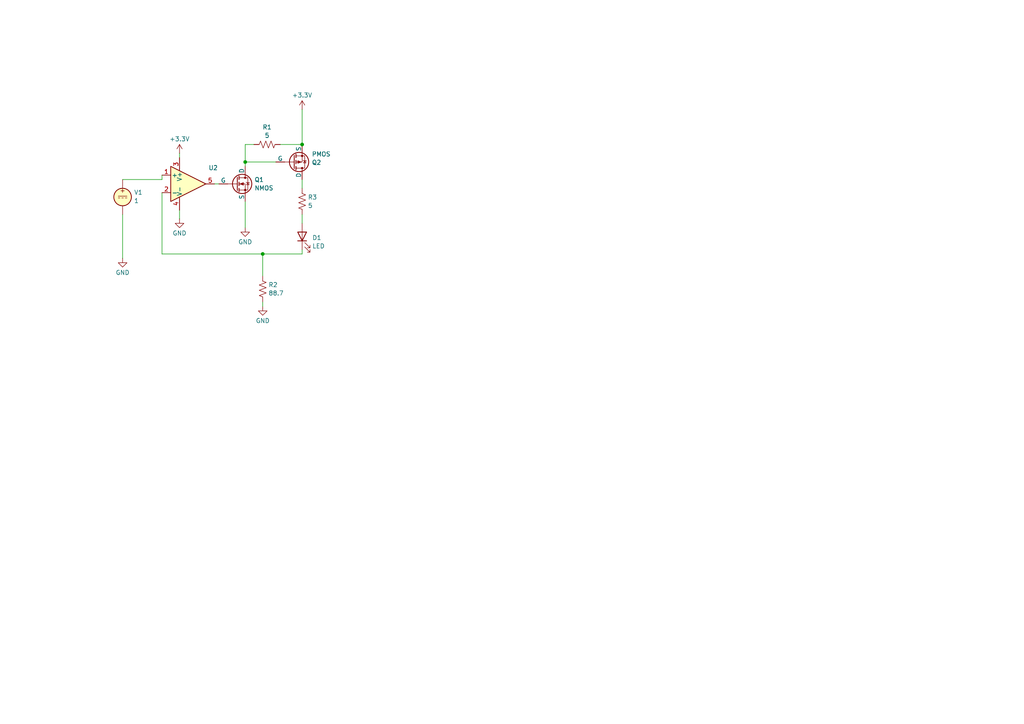
<source format=kicad_sch>
(kicad_sch (version 20231120) (generator "eeschema") (generator_version "8.0")
  (paper "A4")
  (lib_symbols
    (symbol "Device:LED" (pin_numbers hide) (pin_names (offset 1.016) hide)
      (property "Reference" "D" (at 0 2.54 0))
      (property "Value" "LED" (at 0 -2.54 0))
      (symbol "LED_0_1"
        (polyline (pts (xy -1.27 -1.27) (xy -1.27 1.27)) (stroke (width 0.254)))
        (polyline (pts (xy -1.27 0) (xy 1.27 0)))
        (polyline (pts (xy 1.27 -1.27) (xy 1.27 1.27) (xy -1.27 0) (xy 1.27 -1.27)) (stroke (width 0.254)))
        (polyline (pts (xy -3.048 -0.762) (xy -4.572 -2.286) (xy -3.81 -2.286) (xy -4.572 -2.286) (xy -4.572 -1.524)))
        (polyline (pts (xy -1.778 -0.762) (xy -3.302 -2.286) (xy -2.54 -2.286) (xy -3.302 -2.286) (xy -3.302 -1.524)))
      )
      (symbol "LED_1_1"
        (pin passive line (at -3.81 0 0) (length 2.54) (name "K") (number "1"))
        (pin passive line (at 3.81 0 180) (length 2.54) (name "A") (number "2"))
      )
    )
    (symbol "Device:R_US" (pin_numbers hide) (pin_names (offset 0))
      (property "Reference" "R" (at 2.54 0 90))
      (property "Value" "R_US" (at -2.54 0 90))
      (symbol "R_US_0_1"
        (polyline (pts (xy 0 -2.286) (xy 0 -2.54)))
        (polyline (pts (xy 0 2.286) (xy 0 2.54)))
        (polyline (pts (xy 0 -0.762) (xy 1.016 -1.143) (xy 0 -1.524) (xy -1.016 -1.905) (xy 0 -2.286)))
        (polyline (pts (xy 0 0.762) (xy 1.016 0.381) (xy 0 0) (xy -1.016 -0.381) (xy 0 -0.762)))
        (polyline (pts (xy 0 2.286) (xy 1.016 1.905) (xy 0 1.524) (xy -1.016 1.143) (xy 0 0.762)))
      )
      (symbol "R_US_1_1"
        (pin passive line (at 0 3.81 270) (length 1.27) (name "~") (number "1"))
        (pin passive line (at 0 -3.81 90) (length 1.27) (name "~") (number "2"))
      )
    )
    (symbol "Simulation_SPICE:NMOS" (pin_numbers hide) (pin_names (offset 0))
      (property "Reference" "Q" (at 5.08 1.27 0))
      (property "Value" "NMOS" (at 5.08 -1.27 0))
      (symbol "NMOS_0_1"
        (polyline (pts (xy 0.254 0) (xy -2.54 0)))
        (polyline (pts (xy 0.254 1.905) (xy 0.254 -1.905)) (stroke (width 0.254)))
        (polyline (pts (xy 0.762 -1.27) (xy 0.762 -2.286)) (stroke (width 0.254)))
        (polyline (pts (xy 0.762 0.508) (xy 0.762 -0.508)) (stroke (width 0.254)))
        (polyline (pts (xy 0.762 2.286) (xy 0.762 1.27)) (stroke (width 0.254)))
        (polyline (pts (xy 2.54 2.54) (xy 2.54 1.778)))
        (polyline (pts (xy 2.54 -2.54) (xy 2.54 0) (xy 0.762 0)))
        (polyline (pts (xy 0.762 -1.778) (xy 3.302 -1.778) (xy 3.302 1.778) (xy 0.762 1.778)))
        (polyline (pts (xy 1.016 0) (xy 2.032 0.381) (xy 2.032 -0.381) (xy 1.016 0)) (fill (type outline)))
        (polyline (pts (xy 2.794 0.508) (xy 2.921 0.381) (xy 3.683 0.381) (xy 3.81 0.254)))
        (polyline (pts (xy 3.302 0.381) (xy 2.921 -0.254) (xy 3.683 -0.254) (xy 3.302 0.381)))
        (circle (center 1.651 0) (radius 2.794) (stroke (width 0.254)))
        (circle (center 2.54 -1.778) (radius 0.254) (fill (type outline)))
        (circle (center 2.54 1.778) (radius 0.254) (fill (type outline)))
      )
      (symbol "NMOS_1_1"
        (pin passive line (at 2.54 5.08 270) (length 2.54) (name "D") (number "1"))
        (pin input line (at -5.08 0 0) (length 2.54) (name "G") (number "2"))
        (pin passive line (at 2.54 -5.08 90) (length 2.54) (name "S") (number "3"))
      )
    )
    (symbol "Simulation_SPICE:OPAMP" (pin_names (offset 0.254))
      (property "Reference" "U" (at 3.81 3.175 0))
      (property "Value" "${SIM.PARAMS}" (at 3.81 -3.175 0))
      (symbol "OPAMP_0_1"
        (polyline (pts (xy 5.08 0) (xy -5.08 5.08) (xy -5.08 -5.08) (xy 5.08 0)) (stroke (width 0.254)) (fill (type background)))
      )
      (symbol "OPAMP_1_1"
        (pin input line (at -7.62 2.54 0) (length 2.54) (name "+") (number "1"))
        (pin input line (at -7.62 -2.54 0) (length 2.54) (name "-") (number "2"))
        (pin power_in line (at -2.54 7.62 270) (length 3.81) (name "V+") (number "3"))
        (pin power_in line (at -2.54 -7.62 90) (length 3.81) (name "V-") (number "4"))
        (pin output line (at 7.62 0 180) (length 2.54) (name "~") (number "5"))
      )
    )
    (symbol "Simulation_SPICE:PMOS" (pin_numbers hide) (pin_names (offset 0))
      (property "Reference" "Q" (at 5.08 1.27 0))
      (property "Value" "PMOS" (at 5.08 -1.27 0))
      (symbol "PMOS_0_1"
        (polyline (pts (xy 0.254 0) (xy -2.54 0)))
        (polyline (pts (xy 0.254 1.905) (xy 0.254 -1.905)) (stroke (width 0.254)))
        (polyline (pts (xy 0.762 -1.27) (xy 0.762 -2.286)) (stroke (width 0.254)))
        (polyline (pts (xy 0.762 0.508) (xy 0.762 -0.508)) (stroke (width 0.254)))
        (polyline (pts (xy 0.762 2.286) (xy 0.762 1.27)) (stroke (width 0.254)))
        (polyline (pts (xy 2.54 2.54) (xy 2.54 1.778)))
        (polyline (pts (xy 2.54 -2.54) (xy 2.54 0) (xy 0.762 0)))
        (polyline (pts (xy 0.762 1.778) (xy 3.302 1.778) (xy 3.302 -1.778) (xy 0.762 -1.778)))
        (polyline (pts (xy 2.286 0) (xy 1.27 0.381) (xy 1.27 -0.381) (xy 2.286 0)) (fill (type outline)))
        (polyline (pts (xy 2.794 -0.508) (xy 2.921 -0.381) (xy 3.683 -0.381) (xy 3.81 -0.254)))
        (polyline (pts (xy 3.302 -0.381) (xy 2.921 0.254) (xy 3.683 0.254) (xy 3.302 -0.381)))
        (circle (center 1.651 0) (radius 2.794) (stroke (width 0.254)))
        (circle (center 2.54 -1.778) (radius 0.254) (fill (type outline)))
        (circle (center 2.54 1.778) (radius 0.254) (fill (type outline)))
      )
      (symbol "PMOS_1_1"
        (pin passive line (at 2.54 5.08 270) (length 2.54) (name "D") (number "1"))
        (pin input line (at -5.08 0 0) (length 2.54) (name "G") (number "2"))
        (pin passive line (at 2.54 -5.08 90) (length 2.54) (name "S") (number "3"))
      )
    )
    (symbol "Simulation_SPICE:VDC" (pin_numbers hide) (pin_names (offset 0.0254))
      (property "Reference" "V" (at 2.54 2.54 0))
      (property "Value" "1" (at 2.54 0 0))
      (symbol "VDC_0_0"
        (polyline (pts (xy -1.27 0.254) (xy 1.27 0.254)))
        (polyline (pts (xy -0.762 -0.254) (xy -1.27 -0.254)))
        (polyline (pts (xy 0.254 -0.254) (xy -0.254 -0.254)))
        (polyline (pts (xy 1.27 -0.254) (xy 0.762 -0.254)))
        (text "+" (at 0 1.905 0) (effects (font (size 1.27 1.27))))
      )
      (symbol "VDC_0_1"
        (circle (center 0 0) (radius 2.54) (stroke (width 0.254)) (fill (type background)))
      )
      (symbol "VDC_1_1"
        (pin passive line (at 0 5.08 270) (length 2.54) (name "~") (number "1"))
        (pin passive line (at 0 -5.08 90) (length 2.54) (name "~") (number "2"))
      )
    )
    (symbol "power:+3.3V" (power) (pin_numbers hide) (pin_names (offset 0) hide)
      (property "Value" "+3.3V" (at 0 3.556 0))
      (symbol "+3.3V_0_1"
        (polyline (pts (xy -0.762 1.27) (xy 0 2.54)))
        (polyline (pts (xy 0 0) (xy 0 2.54)))
        (polyline (pts (xy 0 2.54) (xy 0.762 1.27)))
      )
      (symbol "+3.3V_1_1"
        (pin power_in line (at 0 0 90) (length 0) (name "~") (number "1"))
      )
    )
    (symbol "power:GND" (power) (pin_numbers hide) (pin_names (offset 0) hide)
      (property "Value" "GND" (at 0 -3.81 0))
      (symbol "GND_0_1"
        (polyline (pts (xy 0 0) (xy 0 -1.27) (xy 1.27 -1.27) (xy 0 -2.54) (xy -1.27 -1.27) (xy 0 -1.27)))
      )
      (symbol "GND_1_1"
        (pin power_in line (at 0 0 270) (length 0) (name "~") (number "1"))
      )
    )
  )
  (junction (at 76.2 73.66))
  (junction (at 87.63 41.91))
  (junction (at 71.12 46.99))
  (wire (pts (xy 76.2 87.63) (xy 76.2 88.9)))
  (wire (pts (xy 46.99 55.88) (xy 46.99 73.66)))
  (wire (pts (xy 87.63 62.23) (xy 87.63 64.77)))
  (wire (pts (xy 46.99 52.07) (xy 46.99 50.8)))
  (wire (pts (xy 87.63 72.39) (xy 87.63 73.66)))
  (wire (pts (xy 46.99 73.66) (xy 76.2 73.66)))
  (wire (pts (xy 52.07 44.45) (xy 52.07 45.72)))
  (wire (pts (xy 87.63 31.75) (xy 87.63 41.91)))
  (wire (pts (xy 71.12 41.91) (xy 71.12 46.99)))
  (wire (pts (xy 87.63 52.07) (xy 87.63 54.61)))
  (wire (pts (xy 81.28 41.91) (xy 87.63 41.91)))
  (wire (pts (xy 62.23 53.34) (xy 63.5 53.34)))
  (wire (pts (xy 76.2 73.66) (xy 87.63 73.66)))
  (wire (pts (xy 73.66 41.91) (xy 71.12 41.91)))
  (wire (pts (xy 76.2 73.66) (xy 76.2 80.01)))
  (wire (pts (xy 35.56 62.23) (xy 35.56 74.93)))
  (wire (pts (xy 71.12 58.42) (xy 71.12 66.04)))
  (wire (pts (xy 52.07 60.96) (xy 52.07 63.5)))
  (wire (pts (xy 71.12 46.99) (xy 71.12 48.26)))
  (wire (pts (xy 35.56 52.07) (xy 46.99 52.07)))
  (wire (pts (xy 71.12 46.99) (xy 80.01 46.99)))
  (symbol (lib_id "power:GND") (at 35.56 74.93 0) (unit 1)
    (property "Reference" "#PWR04" (effects (hide yes)))
    (property "Value" "GND" (at 35.56 79.0631 0))
    (property "Description" "Power symbol creates a global label with name \"GND\" , ground" (effects (hide yes)))
  )
  (symbol (lib_id "Device:R_US") (at 76.2 83.82 0) (unit 1)
    (property "Reference" "R2" (at 77.851 82.6078 0) (effects (justify left)))
    (property "Value" "88.7" (at 77.851 85.0321 0) (effects (justify left)))
    (property "Description" "Resistor, US symbol" (effects (hide yes)))
  )
  (symbol (lib_id "Device:R_US") (at 87.63 58.42 180) (unit 1)
    (property "Reference" "R3" (at 89.281 57.2078 0) (effects (justify right)))
    (property "Value" "5" (at 89.281 59.6321 0) (effects (justify right)))
    (property "Description" "Resistor, US symbol" (effects (hide yes)))
  )
  (symbol (lib_id "power:GND") (at 52.07 63.5 0) (unit 1)
    (property "Reference" "#PWR07" (effects (hide yes)))
    (property "Value" "GND" (at 52.07 67.6331 0))
    (property "Description" "Power symbol creates a global label with name \"GND\" , ground" (effects (hide yes)))
  )
  (symbol (lib_id "Device:LED") (at 87.63 68.58 90) (unit 1)
    (property "Reference" "D1" (at 90.551 68.9553 90) (effects (justify right)))
    (property "Value" "LED" (at 90.551 71.3796 90) (effects (justify right)))
    (property "Description" "Light emitting diode" (effects (hide yes)))
    (property "Sim.Device" "D" (effects (hide yes)))
    (property "Sim.Pins" "1=A 2=K" (effects (hide yes)))
  )
  (symbol (lib_id "power:GND") (at 71.12 66.04 0) (unit 1)
    (property "Reference" "#PWR01" (effects (hide yes)))
    (property "Value" "GND" (at 71.12 70.1731 0))
    (property "Description" "Power symbol creates a global label with name \"GND\" , ground" (effects (hide yes)))
  )
  (symbol (lib_id "power:GND") (at 76.2 88.9 0) (unit 1)
    (property "Reference" "#PWR03" (effects (hide yes)))
    (property "Value" "GND" (at 76.2 93.0331 0))
    (property "Description" "Power symbol creates a global label with name \"GND\" , ground" (effects (hide yes)))
  )
  (symbol (lib_id "Device:R_US") (at 77.47 41.91 90) (unit 1)
    (property "Reference" "R1" (at 77.47 36.8765 90))
    (property "Value" "5" (at 77.47 39.3008 90))
    (property "Description" "Resistor, US symbol" (effects (hide yes)))
  )
  (symbol (lib_id "Simulation_SPICE:NMOS") (at 68.58 53.34 0) (unit 1)
    (property "Reference" "Q1" (at 73.787 52.1278 0) (effects (justify left)))
    (property "Value" "NMOS" (at 73.787 54.5521 0) (effects (justify left)))
    (property "Datasheet" "https://ngspice.sourceforge.io/docs/ngspice-html-manual/manual.xhtml#cha_MOSFETs" (effects (hide yes)))
    (property "Description" "N-MOSFET transistor, drain/source/gate" (effects (hide yes)))
    (property "Sim.Device" "NMOS" (effects (hide yes)))
    (property "Sim.Type" "VDMOS" (effects (hide yes)))
    (property "Sim.Pins" "1=D 2=G 3=S" (effects (hide yes)))
  )
  (symbol (lib_id "power:+3.3V") (at 52.07 44.45 0) (unit 1)
    (property "Reference" "#PWR06" (effects (hide yes)))
    (property "Value" "+3.3V" (at 52.07 40.3169 0))
    (property "Description" "Power symbol creates a global label with name \"+3.3V\"" (effects (hide yes)))
  )
  (symbol (lib_id "Simulation_SPICE:OPAMP") (at 54.61 53.34 0) (unit 1)
    (property "Reference" "U2" (at 61.8332 48.6809 0))
    (property "Value" "${SIM.PARAMS}" (at 61.8332 50.3623 0))
    (property "Datasheet" "https://ngspice.sourceforge.io/docs/ngspice-html-manual/manual.xhtml#sec__SUBCKT_Subcircuits" (effects (hide yes)))
    (property "Description" "Operational amplifier, single, node sequence=1:+ 2:- 3:OUT 4:V+ 5:V-" (effects (hide yes)))
    (property "Sim.Pins" "1=in+ 2=in- 3=vcc 4=vee 5=out" (effects (hide yes)))
    (property "Sim.Device" "SUBCKT" (effects (hide yes)))
    (property "Sim.Library" "${KICAD7_SYMBOL_DIR}/Simulation_SPICE.sp" (effects (hide yes)))
    (property "Sim.Name" "kicad_builtin_opamp" (effects (hide yes)))
  )
  (symbol (lib_id "Simulation_SPICE:VDC") (at 35.56 57.15 0) (unit 1)
    (property "Reference" "V1" (at 38.862 55.808 0) (effects (justify left)))
    (property "Value" "1" (at 38.862 58.2323 0) (effects (justify left)))
    (property "Datasheet" "https://ngspice.sourceforge.io/docs/ngspice-html-manual/manual.xhtml#sec_Independent_Sources_for" (effects (hide yes)))
    (property "Description" "Voltage source, DC" (effects (hide yes)))
    (property "Sim.Pins" "1=+ 2=-" (effects (hide yes)))
    (property "Sim.Type" "DC" (effects (hide yes)))
    (property "Sim.Device" "V" (effects (hide yes)))
  )
  (symbol (lib_id "Simulation_SPICE:PMOS") (at 85.09 46.99 0) (mirror x) (unit 1)
    (property "Reference" "Q2" (at 90.424 47.1283 0) (effects (justify left)))
    (property "Value" "PMOS" (at 90.424 44.704 0) (effects (justify left)))
    (property "Datasheet" "https://ngspice.sourceforge.io/docs/ngspice-html-manual/manual.xhtml#cha_MOSFETs" (effects (hide yes)))
    (property "Description" "P-MOSFET transistor, drain/source/gate" (effects (hide yes)))
    (property "Sim.Device" "PMOS" (effects (hide yes)))
    (property "Sim.Type" "VDMOS" (effects (hide yes)))
    (property "Sim.Pins" "1=D 2=G 3=S" (effects (hide yes)))
  )
  (symbol (lib_id "power:+3.3V") (at 87.63 31.75 0) (unit 1)
    (property "Reference" "#PWR02" (effects (hide yes)))
    (property "Value" "+3.3V" (at 87.63 27.6169 0))
    (property "Description" "Power symbol creates a global label with name \"+3.3V\"" (effects (hide yes)))
  )
)
</source>
